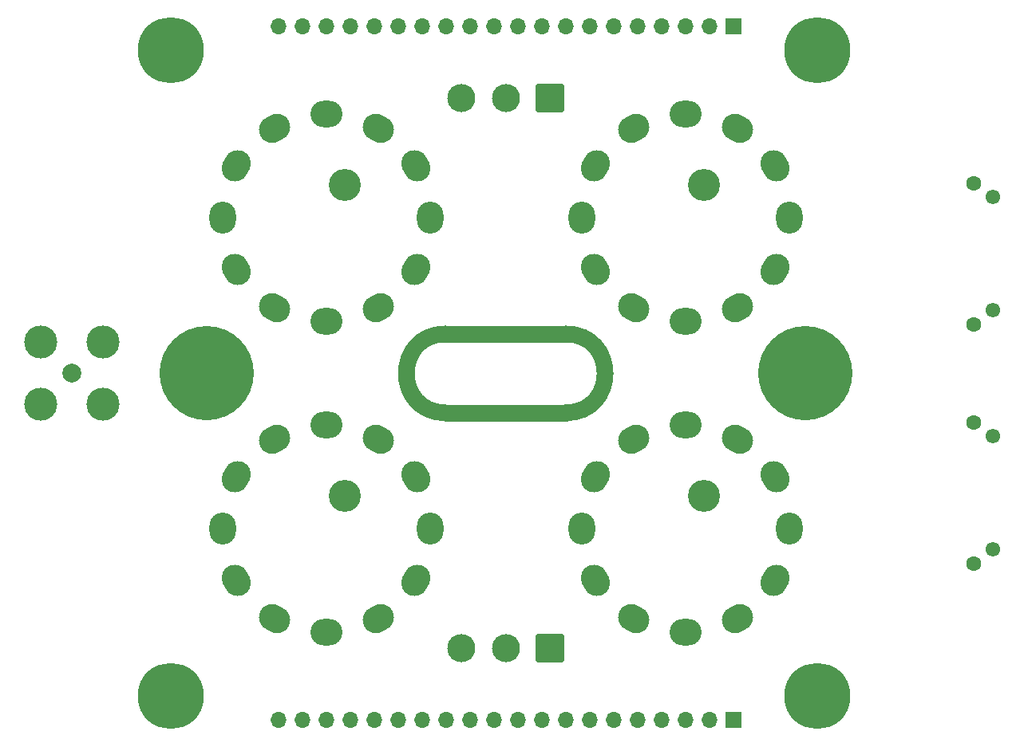
<source format=gbr>
G04 #@! TF.GenerationSoftware,KiCad,Pcbnew,8.0.7*
G04 #@! TF.CreationDate,2025-12-06T16:12:50-05:00*
G04 #@! TF.ProjectId,TPL-GridSwitch,54504c2d-4772-4696-9453-77697463682e,rev?*
G04 #@! TF.SameCoordinates,Original*
G04 #@! TF.FileFunction,Soldermask,Bot*
G04 #@! TF.FilePolarity,Negative*
%FSLAX46Y46*%
G04 Gerber Fmt 4.6, Leading zero omitted, Abs format (unit mm)*
G04 Created by KiCad (PCBNEW 8.0.7) date 2025-12-06 16:12:50*
%MOMM*%
%LPD*%
G01*
G04 APERTURE LIST*
G04 Aperture macros list*
%AMRoundRect*
0 Rectangle with rounded corners*
0 $1 Rounding radius*
0 $2 $3 $4 $5 $6 $7 $8 $9 X,Y pos of 4 corners*
0 Add a 4 corners polygon primitive as box body*
4,1,4,$2,$3,$4,$5,$6,$7,$8,$9,$2,$3,0*
0 Add four circle primitives for the rounded corners*
1,1,$1+$1,$2,$3*
1,1,$1+$1,$4,$5*
1,1,$1+$1,$6,$7*
1,1,$1+$1,$8,$9*
0 Add four rect primitives between the rounded corners*
20,1,$1+$1,$2,$3,$4,$5,0*
20,1,$1+$1,$4,$5,$6,$7,0*
20,1,$1+$1,$6,$7,$8,$9,0*
20,1,$1+$1,$8,$9,$2,$3,0*%
%AMHorizOval*
0 Thick line with rounded ends*
0 $1 width*
0 $2 $3 position (X,Y) of the first rounded end (center of the circle)*
0 $4 $5 position (X,Y) of the second rounded end (center of the circle)*
0 Add line between two ends*
20,1,$1,$2,$3,$4,$5,0*
0 Add two circle primitives to create the rounded ends*
1,1,$1,$2,$3*
1,1,$1,$4,$5*%
G04 Aperture macros list end*
%ADD10C,1.778000*%
%ADD11C,10.000000*%
%ADD12C,1.550000*%
%ADD13C,1.600000*%
%ADD14C,7.000000*%
%ADD15O,3.400000X2.800000*%
%ADD16HorizOval,2.800000X0.259808X-0.150000X-0.259808X0.150000X0*%
%ADD17HorizOval,2.800000X0.150000X-0.259808X-0.150000X0.259808X0*%
%ADD18O,2.800000X3.400000*%
%ADD19HorizOval,2.800000X-0.150000X-0.259808X0.150000X0.259808X0*%
%ADD20HorizOval,2.800000X-0.259808X-0.150000X0.259808X0.150000X0*%
%ADD21HorizOval,2.800000X-0.259808X0.150000X0.259808X-0.150000X0*%
%ADD22HorizOval,2.800000X-0.150000X0.259808X0.150000X-0.259808X0*%
%ADD23HorizOval,2.800000X0.150000X0.259808X-0.150000X-0.259808X0*%
%ADD24HorizOval,2.800000X0.259808X0.150000X-0.259808X-0.150000X0*%
%ADD25C,3.400000*%
%ADD26C,2.000000*%
%ADD27C,3.500000*%
%ADD28RoundRect,0.102000X-1.387500X1.387500X-1.387500X-1.387500X1.387500X-1.387500X1.387500X1.387500X0*%
%ADD29C,2.979000*%
%ADD30R,1.700000X1.700000*%
%ADD31O,1.700000X1.700000*%
G04 APERTURE END LIST*
D10*
X6350000Y4191000D02*
X-6350000Y4191000D01*
X-6350000Y-4191000D02*
G75*
G02*
X-6350000Y4191000I0J4191000D01*
G01*
X6350000Y4191000D02*
G75*
G02*
X6350000Y-4191000I0J-4191000D01*
G01*
X-6350000Y-4191000D02*
X6350000Y-4191000D01*
D11*
X-31750000Y0D03*
D12*
X51650000Y6700000D03*
X51650000Y18700000D03*
D13*
X49650000Y5225000D03*
X49650000Y20175000D03*
D14*
X33020000Y-34290000D03*
X-35560000Y-34290000D03*
D15*
X-19050000Y-5510000D03*
D16*
X-13550000Y-6983721D03*
D17*
X-9523721Y-11010000D03*
D18*
X-8050000Y-16510000D03*
D19*
X-9523721Y-22010000D03*
D20*
X-13550000Y-26036279D03*
D15*
X-19050000Y-27510000D03*
D21*
X-24550000Y-26036279D03*
D22*
X-28576279Y-22010000D03*
D18*
X-30050000Y-16510000D03*
D23*
X-28576279Y-11010000D03*
D24*
X-24550000Y-6983721D03*
D25*
X-17049750Y-13045465D03*
D12*
X51650000Y-18700000D03*
X51650000Y-6700000D03*
D13*
X49650000Y-20175000D03*
X49650000Y-5225000D03*
D15*
X19050000Y-5510000D03*
D16*
X24550000Y-6983721D03*
D17*
X28576279Y-11010000D03*
D18*
X30050000Y-16510000D03*
D19*
X28576279Y-22010000D03*
D20*
X24550000Y-26036279D03*
D15*
X19050000Y-27510000D03*
D21*
X13550000Y-26036279D03*
D22*
X9523721Y-22010000D03*
D18*
X8050000Y-16510000D03*
D23*
X9523721Y-11010000D03*
D24*
X13550000Y-6983721D03*
D25*
X21050250Y-13045465D03*
D26*
X-46009878Y0D03*
D27*
X-42709878Y-3300000D03*
X-42709878Y3300000D03*
X-49309878Y-3300000D03*
X-49309878Y3300000D03*
D14*
X-35560000Y34290000D03*
D28*
X4700000Y29210000D03*
D29*
X0Y29210000D03*
X-4700000Y29210000D03*
D15*
X-19050000Y27510000D03*
D16*
X-13550000Y26036279D03*
D17*
X-9523721Y22010000D03*
D18*
X-8050000Y16510000D03*
D19*
X-9523721Y11010000D03*
D20*
X-13550000Y6983721D03*
D15*
X-19050000Y5510000D03*
D21*
X-24550000Y6983721D03*
D22*
X-28576279Y11010000D03*
D18*
X-30050000Y16510000D03*
D23*
X-28576279Y22010000D03*
D24*
X-24550000Y26036279D03*
D25*
X-17049750Y19974535D03*
D11*
X31750000Y0D03*
D15*
X19050000Y27510000D03*
D16*
X24550000Y26036279D03*
D17*
X28576279Y22010000D03*
D18*
X30050000Y16510000D03*
D19*
X28576279Y11010000D03*
D20*
X24550000Y6983721D03*
D15*
X19050000Y5510000D03*
D21*
X13550000Y6983721D03*
D22*
X9523721Y11010000D03*
D18*
X8050000Y16510000D03*
D23*
X9523721Y22010000D03*
D24*
X13550000Y26036279D03*
D25*
X21050250Y19974535D03*
D28*
X4700000Y-29210000D03*
D29*
X0Y-29210000D03*
X-4700000Y-29210000D03*
D14*
X33020000Y34290000D03*
D30*
X24125000Y-36830000D03*
D31*
X21585000Y-36830000D03*
X19045000Y-36830000D03*
X16505000Y-36830000D03*
X13965000Y-36830000D03*
X11425000Y-36830000D03*
X8885000Y-36830000D03*
X6345000Y-36830000D03*
X3805000Y-36830000D03*
X1265000Y-36830000D03*
X-1275000Y-36830000D03*
X-3815000Y-36830000D03*
X-6355000Y-36830000D03*
X-8895000Y-36830000D03*
X-11435000Y-36830000D03*
X-13975000Y-36830000D03*
X-16515000Y-36830000D03*
X-19055000Y-36830000D03*
X-21595000Y-36830000D03*
X-24135000Y-36830000D03*
D30*
X24125000Y36830000D03*
D31*
X21585000Y36830000D03*
X19045000Y36830000D03*
X16505000Y36830000D03*
X13965000Y36830000D03*
X11425000Y36830000D03*
X8885000Y36830000D03*
X6345000Y36830000D03*
X3805000Y36830000D03*
X1265000Y36830000D03*
X-1275000Y36830000D03*
X-3815000Y36830000D03*
X-6355000Y36830000D03*
X-8895000Y36830000D03*
X-11435000Y36830000D03*
X-13975000Y36830000D03*
X-16515000Y36830000D03*
X-19055000Y36830000D03*
X-21595000Y36830000D03*
X-24135000Y36830000D03*
M02*

</source>
